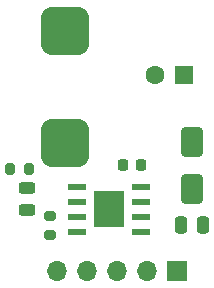
<source format=gbr>
%TF.GenerationSoftware,KiCad,Pcbnew,7.0.9*%
%TF.CreationDate,2024-06-21T09:26:43+09:00*%
%TF.ProjectId,08-REG_mod,30382d52-4547-45f6-9d6f-642e6b696361,rev?*%
%TF.SameCoordinates,Original*%
%TF.FileFunction,Soldermask,Top*%
%TF.FilePolarity,Negative*%
%FSLAX46Y46*%
G04 Gerber Fmt 4.6, Leading zero omitted, Abs format (unit mm)*
G04 Created by KiCad (PCBNEW 7.0.9) date 2024-06-21 09:26:43*
%MOMM*%
%LPD*%
G01*
G04 APERTURE LIST*
G04 Aperture macros list*
%AMRoundRect*
0 Rectangle with rounded corners*
0 $1 Rounding radius*
0 $2 $3 $4 $5 $6 $7 $8 $9 X,Y pos of 4 corners*
0 Add a 4 corners polygon primitive as box body*
4,1,4,$2,$3,$4,$5,$6,$7,$8,$9,$2,$3,0*
0 Add four circle primitives for the rounded corners*
1,1,$1+$1,$2,$3*
1,1,$1+$1,$4,$5*
1,1,$1+$1,$6,$7*
1,1,$1+$1,$8,$9*
0 Add four rect primitives between the rounded corners*
20,1,$1+$1,$2,$3,$4,$5,0*
20,1,$1+$1,$4,$5,$6,$7,0*
20,1,$1+$1,$6,$7,$8,$9,0*
20,1,$1+$1,$8,$9,$2,$3,0*%
G04 Aperture macros list end*
%ADD10RoundRect,1.025000X1.025000X-1.025000X1.025000X1.025000X-1.025000X1.025000X-1.025000X-1.025000X0*%
%ADD11RoundRect,0.250000X0.650000X-1.000000X0.650000X1.000000X-0.650000X1.000000X-0.650000X-1.000000X0*%
%ADD12R,1.550000X0.600000*%
%ADD13R,2.600000X3.100000*%
%ADD14RoundRect,0.250000X-0.250000X-0.475000X0.250000X-0.475000X0.250000X0.475000X-0.250000X0.475000X0*%
%ADD15RoundRect,0.200000X-0.275000X0.200000X-0.275000X-0.200000X0.275000X-0.200000X0.275000X0.200000X0*%
%ADD16RoundRect,0.225000X-0.225000X-0.250000X0.225000X-0.250000X0.225000X0.250000X-0.225000X0.250000X0*%
%ADD17RoundRect,0.243750X-0.456250X0.243750X-0.456250X-0.243750X0.456250X-0.243750X0.456250X0.243750X0*%
%ADD18RoundRect,0.200000X0.200000X0.275000X-0.200000X0.275000X-0.200000X-0.275000X0.200000X-0.275000X0*%
%ADD19R,1.700000X1.700000*%
%ADD20O,1.700000X1.700000*%
%ADD21R,1.600000X1.600000*%
%ADD22C,1.600000*%
G04 APERTURE END LIST*
D10*
%TO.C,L1*%
X108585000Y-57810000D03*
X108585000Y-67310000D03*
%TD*%
D11*
%TO.C,D1*%
X119380000Y-71215000D03*
X119380000Y-67215000D03*
%TD*%
D12*
%TO.C,U1*%
X109660000Y-71015000D03*
X109660000Y-72285000D03*
X109660000Y-73555000D03*
X109660000Y-74825000D03*
X115060000Y-74825000D03*
X115060000Y-73555000D03*
X115060000Y-72285000D03*
X115060000Y-71015000D03*
D13*
X112360000Y-72920000D03*
%TD*%
D14*
%TO.C,C1*%
X118430000Y-74295000D03*
X120330000Y-74295000D03*
%TD*%
D15*
%TO.C,R1*%
X107315000Y-73470000D03*
X107315000Y-75120000D03*
%TD*%
D16*
%TO.C,C2*%
X113525000Y-69215000D03*
X115075000Y-69215000D03*
%TD*%
D17*
%TO.C,D2*%
X105410000Y-71120000D03*
X105410000Y-72995000D03*
%TD*%
D18*
%TO.C,R2*%
X105600000Y-69517500D03*
X103950000Y-69517500D03*
%TD*%
D19*
%TO.C,J1*%
X118105000Y-78175000D03*
D20*
X115565000Y-78175000D03*
X113025000Y-78175000D03*
X110485000Y-78175000D03*
X107945000Y-78175000D03*
%TD*%
D21*
%TO.C,C3*%
X118705000Y-61595000D03*
D22*
X116205000Y-61595000D03*
%TD*%
M02*

</source>
